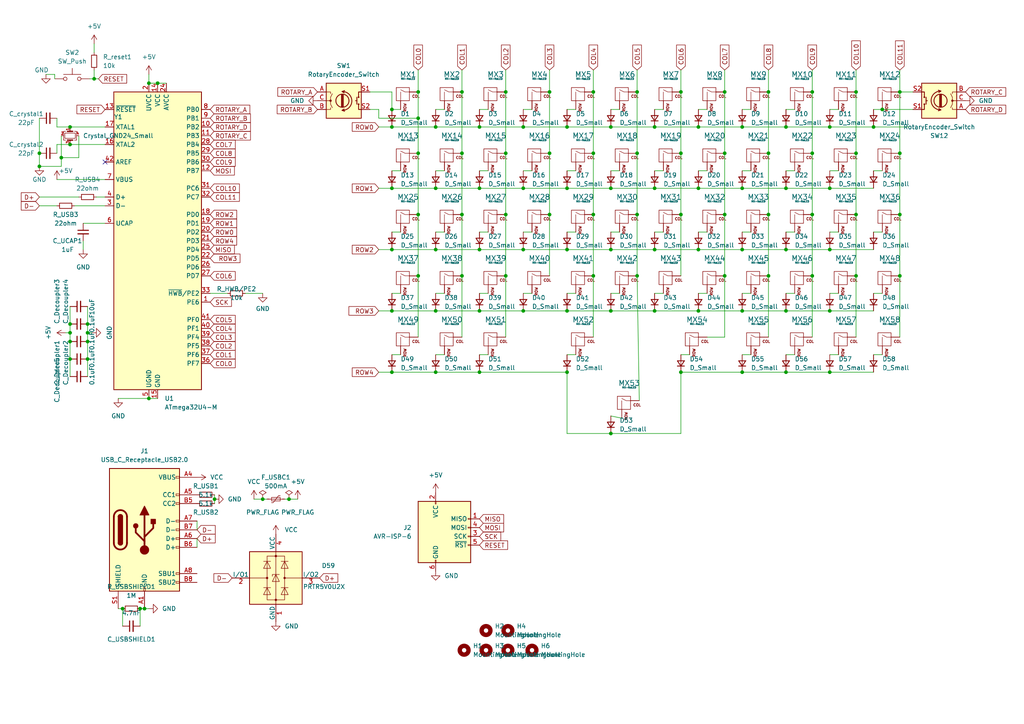
<source format=kicad_sch>
(kicad_sch (version 20211123) (generator eeschema)
  (paper "A4")
  (junction (at 133.985 44.45))
  (junction (at 227.965 36.83))
  (junction (at 215.265 107.95))
  (junction (at 76.2 144.78))
  (junction (at 172.085 44.45))
  (junction (at 197.485 44.45))
  (junction (at 210.185 44.45))
  (junction (at 248.285 26.67))
  (junction (at 20.32 36.83))
  (junction (at 184.785 44.45))
  (junction (at 235.585 80.01))
  (junction (at 146.685 26.67))
  (junction (at 139.065 72.39))
  (junction (at 45.72 24.13))
  (junction (at 177.165 125.73))
  (junction (at 222.885 62.23))
  (junction (at 172.085 62.23))
  (junction (at 139.065 54.61))
  (junction (at 164.465 90.17))
  (junction (at 164.465 36.83))
  (junction (at 177.165 90.17))
  (junction (at 227.965 107.95))
  (junction (at 121.285 34.29))
  (junction (at 113.665 72.39))
  (junction (at 202.565 72.39))
  (junction (at 20.32 93.98))
  (junction (at 197.485 107.95))
  (junction (at 139.065 90.17))
  (junction (at 189.865 90.17))
  (junction (at 25.4 93.98))
  (junction (at 260.985 62.23))
  (junction (at 222.885 26.67))
  (junction (at 126.365 36.83))
  (junction (at 151.765 36.83))
  (junction (at 248.285 44.45))
  (junction (at 248.285 80.01))
  (junction (at 222.885 44.45))
  (junction (at 151.765 90.17))
  (junction (at 133.985 80.01))
  (junction (at 177.165 54.61))
  (junction (at 215.265 36.83))
  (junction (at 41.91 176.53))
  (junction (at 25.4 96.52))
  (junction (at 151.765 72.39))
  (junction (at 113.665 31.75))
  (junction (at 240.665 54.61))
  (junction (at 189.865 72.39))
  (junction (at 139.065 107.95))
  (junction (at 126.365 107.95))
  (junction (at 126.365 72.39))
  (junction (at 25.4 104.14))
  (junction (at 222.885 80.01))
  (junction (at 133.985 62.23))
  (junction (at 164.465 107.95))
  (junction (at 35.56 176.53))
  (junction (at 184.785 80.01))
  (junction (at 260.985 26.67))
  (junction (at 17.78 45.72))
  (junction (at 62.23 144.78))
  (junction (at 121.285 62.23))
  (junction (at 83.82 144.78))
  (junction (at 240.665 72.39))
  (junction (at 11.43 48.26))
  (junction (at 227.965 90.17))
  (junction (at 126.365 90.17))
  (junction (at 197.485 62.23))
  (junction (at 227.965 72.39))
  (junction (at 260.985 44.45))
  (junction (at 215.265 90.17))
  (junction (at 255.905 31.75))
  (junction (at 215.265 54.61))
  (junction (at 40.64 176.53))
  (junction (at 20.32 99.06))
  (junction (at 11.43 44.45))
  (junction (at 235.585 62.23))
  (junction (at 146.685 80.01))
  (junction (at 113.665 36.83))
  (junction (at 253.365 36.83))
  (junction (at 126.365 54.61))
  (junction (at 227.965 54.61))
  (junction (at 113.665 107.95))
  (junction (at 164.465 54.61))
  (junction (at 189.865 54.61))
  (junction (at 260.985 80.01))
  (junction (at 210.185 62.23))
  (junction (at 177.165 36.83))
  (junction (at 210.185 26.67))
  (junction (at 248.285 62.23))
  (junction (at 240.665 90.17))
  (junction (at 172.085 80.01))
  (junction (at 164.465 72.39))
  (junction (at 113.665 90.17))
  (junction (at 184.785 26.67))
  (junction (at 177.165 72.39))
  (junction (at 121.285 80.01))
  (junction (at 121.285 26.67))
  (junction (at 121.285 44.45))
  (junction (at 202.565 54.61))
  (junction (at 210.185 80.01))
  (junction (at 202.565 90.17))
  (junction (at 184.785 62.23))
  (junction (at 43.18 24.13))
  (junction (at 202.565 36.83))
  (junction (at 189.865 36.83))
  (junction (at 139.065 36.83))
  (junction (at 25.4 99.06))
  (junction (at 20.32 41.91))
  (junction (at 20.32 96.52))
  (junction (at 240.665 36.83))
  (junction (at 146.685 62.23))
  (junction (at 146.685 44.45))
  (junction (at 172.085 26.67))
  (junction (at 215.265 72.39))
  (junction (at 133.985 26.67))
  (junction (at 27.305 22.86))
  (junction (at 151.765 54.61))
  (junction (at 235.585 44.45))
  (junction (at 20.32 104.14))
  (junction (at 197.485 26.67))
  (junction (at 113.665 54.61))
  (junction (at 159.385 44.45))
  (junction (at 159.385 26.67))
  (junction (at 43.18 115.57))
  (junction (at 159.385 62.23))
  (junction (at 235.585 26.67))
  (junction (at 240.665 107.95))
  (no_connect (at 30.48 46.99))
  (wire (pts (xy 210.185 26.67) (xy 210.185 44.45)))
  (wire (pts (xy 60.96 85.09) (xy 66.04 85.09)))
  (wire (pts (xy 240.665 85.09) (xy 243.205 85.09)))
  (wire (pts (xy 146.685 44.45) (xy 146.685 62.23)))
  (wire (pts (xy 189.865 67.31) (xy 192.405 67.31)))
  (wire (pts (xy 121.285 44.45) (xy 121.285 62.23)))
  (wire (pts (xy 109.855 31.75) (xy 109.855 34.29)))
  (wire (pts (xy 20.32 41.91) (xy 30.48 41.91)))
  (wire (pts (xy 109.855 54.61) (xy 113.665 54.61)))
  (wire (pts (xy 215.265 90.17) (xy 227.965 90.17)))
  (wire (pts (xy 202.565 31.75) (xy 205.105 31.75)))
  (wire (pts (xy 151.765 49.53) (xy 154.305 49.53)))
  (wire (pts (xy 76.2 144.78) (xy 77.47 144.78)))
  (wire (pts (xy 235.585 80.01) (xy 235.585 97.79)))
  (wire (pts (xy 146.685 20.32) (xy 146.685 26.67)))
  (wire (pts (xy 164.465 67.31) (xy 167.005 67.31)))
  (wire (pts (xy 126.365 90.17) (xy 139.065 90.17)))
  (wire (pts (xy 184.785 26.67) (xy 184.785 44.45)))
  (wire (pts (xy 215.265 102.87) (xy 217.805 102.87)))
  (wire (pts (xy 227.965 36.83) (xy 240.665 36.83)))
  (wire (pts (xy 172.085 20.32) (xy 172.085 26.67)))
  (wire (pts (xy 164.465 107.95) (xy 164.465 125.73)))
  (wire (pts (xy 109.855 34.29) (xy 121.285 34.29)))
  (wire (pts (xy 227.965 107.95) (xy 240.665 107.95)))
  (wire (pts (xy 184.785 20.32) (xy 184.785 26.67)))
  (wire (pts (xy 205.105 97.79) (xy 210.185 97.79)))
  (wire (pts (xy 177.165 31.75) (xy 179.705 31.75)))
  (wire (pts (xy 189.865 85.09) (xy 192.405 85.09)))
  (wire (pts (xy 15.875 22.86) (xy 15.875 21.59)))
  (wire (pts (xy 215.265 36.83) (xy 227.965 36.83)))
  (wire (pts (xy 43.18 21.59) (xy 43.18 24.13)))
  (wire (pts (xy 113.665 85.09) (xy 116.205 85.09)))
  (wire (pts (xy 113.665 31.75) (xy 116.205 31.75)))
  (wire (pts (xy 146.685 26.67) (xy 146.685 44.45)))
  (wire (pts (xy 139.065 102.87) (xy 141.605 102.87)))
  (wire (pts (xy 62.23 143.51) (xy 62.23 144.78)))
  (wire (pts (xy 260.985 62.23) (xy 260.985 80.01)))
  (wire (pts (xy 215.265 107.95) (xy 227.965 107.95)))
  (wire (pts (xy 177.165 49.53) (xy 179.705 49.53)))
  (wire (pts (xy 25.4 96.52) (xy 26.67 96.52)))
  (wire (pts (xy 126.365 49.53) (xy 128.905 49.53)))
  (wire (pts (xy 240.665 54.61) (xy 253.365 54.61)))
  (wire (pts (xy 172.085 44.45) (xy 172.085 62.23)))
  (wire (pts (xy 215.265 85.09) (xy 217.805 85.09)))
  (wire (pts (xy 227.965 102.87) (xy 230.505 102.87)))
  (wire (pts (xy 164.465 31.75) (xy 167.005 31.75)))
  (wire (pts (xy 240.665 107.95) (xy 253.365 107.95)))
  (wire (pts (xy 235.585 26.67) (xy 235.585 44.45)))
  (wire (pts (xy 240.665 31.75) (xy 243.205 31.75)))
  (wire (pts (xy 139.065 90.17) (xy 151.765 90.17)))
  (wire (pts (xy 20.32 93.98) (xy 20.32 88.9)))
  (wire (pts (xy 177.165 54.61) (xy 189.865 54.61)))
  (wire (pts (xy 164.465 85.09) (xy 167.005 85.09)))
  (wire (pts (xy 210.185 20.32) (xy 210.185 26.67)))
  (wire (pts (xy 109.855 36.83) (xy 113.665 36.83)))
  (wire (pts (xy 202.565 49.53) (xy 205.105 49.53)))
  (wire (pts (xy 126.365 67.31) (xy 128.905 67.31)))
  (wire (pts (xy 177.165 90.17) (xy 189.865 90.17)))
  (wire (pts (xy 24.13 69.85) (xy 24.13 72.39)))
  (wire (pts (xy 151.765 72.39) (xy 164.465 72.39)))
  (wire (pts (xy 255.905 31.75) (xy 264.795 31.75)))
  (wire (pts (xy 260.985 26.67) (xy 260.985 44.45)))
  (wire (pts (xy 159.385 26.67) (xy 159.385 44.45)))
  (wire (pts (xy 151.765 85.09) (xy 154.305 85.09)))
  (wire (pts (xy 121.285 34.29) (xy 121.285 44.45)))
  (wire (pts (xy 222.885 80.01) (xy 222.885 97.79)))
  (wire (pts (xy 11.43 44.45) (xy 11.43 48.26)))
  (wire (pts (xy 139.065 49.53) (xy 141.605 49.53)))
  (wire (pts (xy 139.065 54.61) (xy 151.765 54.61)))
  (wire (pts (xy 121.285 20.32) (xy 121.285 26.67)))
  (wire (pts (xy 240.665 90.17) (xy 253.365 90.17)))
  (wire (pts (xy 222.885 62.23) (xy 222.885 80.01)))
  (wire (pts (xy 177.165 120.65) (xy 180.34 121.285)))
  (wire (pts (xy 253.365 67.31) (xy 255.905 67.31)))
  (wire (pts (xy 113.665 54.61) (xy 126.365 54.61)))
  (wire (pts (xy 164.465 36.83) (xy 177.165 36.83)))
  (wire (pts (xy 253.365 102.87) (xy 255.905 102.87)))
  (wire (pts (xy 189.865 72.39) (xy 202.565 72.39)))
  (wire (pts (xy 16.51 36.83) (xy 20.32 36.83)))
  (wire (pts (xy 227.965 67.31) (xy 230.505 67.31)))
  (wire (pts (xy 16.51 41.91) (xy 20.32 41.91)))
  (wire (pts (xy 27.305 12.7) (xy 27.305 15.24)))
  (wire (pts (xy 164.465 72.39) (xy 177.165 72.39)))
  (wire (pts (xy 121.285 80.01) (xy 121.285 97.79)))
  (wire (pts (xy 260.985 26.67) (xy 264.795 26.67)))
  (wire (pts (xy 172.085 80.01) (xy 172.085 97.79)))
  (wire (pts (xy 126.365 72.39) (xy 139.065 72.39)))
  (wire (pts (xy 25.4 96.52) (xy 25.4 93.98)))
  (wire (pts (xy 133.985 20.32) (xy 133.985 26.67)))
  (wire (pts (xy 62.23 144.78) (xy 62.23 146.05)))
  (wire (pts (xy 34.29 115.57) (xy 43.18 115.57)))
  (wire (pts (xy 151.765 67.31) (xy 154.305 67.31)))
  (wire (pts (xy 210.185 80.01) (xy 210.185 97.79)))
  (wire (pts (xy 197.485 20.32) (xy 197.485 26.67)))
  (wire (pts (xy 126.365 36.83) (xy 139.065 36.83)))
  (wire (pts (xy 17.78 45.72) (xy 22.86 45.72)))
  (wire (pts (xy 41.91 176.53) (xy 43.18 176.53)))
  (wire (pts (xy 253.365 31.75) (xy 255.905 31.75)))
  (wire (pts (xy 11.43 34.29) (xy 11.43 44.45)))
  (wire (pts (xy 172.085 62.23) (xy 172.085 80.01)))
  (wire (pts (xy 83.82 144.78) (xy 86.36 144.78)))
  (wire (pts (xy 20.32 109.22) (xy 20.32 104.14)))
  (wire (pts (xy 17.78 45.72) (xy 17.78 48.26)))
  (wire (pts (xy 202.565 36.83) (xy 215.265 36.83)))
  (wire (pts (xy 253.365 49.53) (xy 255.905 49.53)))
  (wire (pts (xy 109.855 107.95) (xy 113.665 107.95)))
  (wire (pts (xy 177.165 125.73) (xy 164.465 125.73)))
  (wire (pts (xy 139.065 72.39) (xy 151.765 72.39)))
  (wire (pts (xy 222.885 26.67) (xy 222.885 44.45)))
  (wire (pts (xy 159.385 44.45) (xy 159.385 62.23)))
  (wire (pts (xy 16.51 34.29) (xy 16.51 36.83)))
  (wire (pts (xy 197.485 125.73) (xy 177.165 125.73)))
  (wire (pts (xy 172.085 26.67) (xy 172.085 44.45)))
  (wire (pts (xy 20.32 99.06) (xy 20.32 96.52)))
  (wire (pts (xy 113.665 72.39) (xy 126.365 72.39)))
  (wire (pts (xy 240.665 102.87) (xy 243.205 102.87)))
  (wire (pts (xy 43.18 115.57) (xy 45.72 115.57)))
  (wire (pts (xy 151.765 54.61) (xy 164.465 54.61)))
  (wire (pts (xy 197.485 107.95) (xy 215.265 107.95)))
  (wire (pts (xy 189.865 90.17) (xy 202.565 90.17)))
  (wire (pts (xy 260.985 80.01) (xy 260.985 97.79)))
  (wire (pts (xy 126.365 102.87) (xy 128.905 102.87)))
  (wire (pts (xy 248.285 26.67) (xy 248.285 44.45)))
  (wire (pts (xy 159.385 20.32) (xy 159.385 26.67)))
  (wire (pts (xy 215.265 49.53) (xy 217.805 49.53)))
  (wire (pts (xy 197.485 44.45) (xy 197.485 62.23)))
  (wire (pts (xy 113.665 36.83) (xy 126.365 36.83)))
  (wire (pts (xy 113.665 49.53) (xy 116.205 49.53)))
  (wire (pts (xy 25.4 104.14) (xy 25.4 99.06)))
  (wire (pts (xy 113.665 90.17) (xy 126.365 90.17)))
  (wire (pts (xy 20.32 104.14) (xy 20.32 99.06)))
  (wire (pts (xy 215.265 31.75) (xy 217.805 31.75)))
  (wire (pts (xy 109.855 72.39) (xy 113.665 72.39)))
  (wire (pts (xy 113.665 26.67) (xy 113.665 31.75)))
  (wire (pts (xy 133.985 80.01) (xy 133.985 97.79)))
  (wire (pts (xy 197.485 26.67) (xy 197.485 44.45)))
  (wire (pts (xy 222.885 44.45) (xy 222.885 62.23)))
  (wire (pts (xy 151.765 36.83) (xy 164.465 36.83)))
  (wire (pts (xy 227.965 85.09) (xy 230.505 85.09)))
  (wire (pts (xy 126.365 54.61) (xy 139.065 54.61)))
  (wire (pts (xy 40.64 176.53) (xy 40.64 181.61)))
  (wire (pts (xy 177.165 72.39) (xy 189.865 72.39)))
  (wire (pts (xy 177.165 67.31) (xy 179.705 67.31)))
  (wire (pts (xy 235.585 20.32) (xy 235.585 26.67)))
  (wire (pts (xy 113.665 107.95) (xy 126.365 107.95)))
  (wire (pts (xy 20.32 36.83) (xy 30.48 36.83)))
  (wire (pts (xy 240.665 67.31) (xy 243.205 67.31)))
  (wire (pts (xy 27.305 22.86) (xy 28.575 22.86)))
  (wire (pts (xy 109.855 90.17) (xy 113.665 90.17)))
  (wire (pts (xy 177.165 85.09) (xy 179.705 85.09)))
  (wire (pts (xy 146.685 62.23) (xy 146.685 80.01)))
  (wire (pts (xy 189.865 36.83) (xy 202.565 36.83)))
  (wire (pts (xy 126.365 31.75) (xy 128.905 31.75)))
  (wire (pts (xy 227.965 54.61) (xy 240.665 54.61)))
  (wire (pts (xy 240.665 72.39) (xy 253.365 72.39)))
  (wire (pts (xy 159.385 62.23) (xy 159.385 80.01)))
  (wire (pts (xy 210.185 44.45) (xy 210.185 62.23)))
  (wire (pts (xy 151.765 31.75) (xy 154.305 31.75)))
  (wire (pts (xy 164.465 49.53) (xy 167.005 49.53)))
  (wire (pts (xy 215.265 67.31) (xy 217.805 67.31)))
  (wire (pts (xy 235.585 62.23) (xy 235.585 80.01)))
  (wire (pts (xy 253.365 85.09) (xy 255.905 85.09)))
  (wire (pts (xy 35.56 176.53) (xy 35.56 181.61)))
  (wire (pts (xy 17.78 39.37) (xy 17.78 45.72)))
  (wire (pts (xy 240.665 36.83) (xy 253.365 36.83)))
  (wire (pts (xy 164.465 54.61) (xy 177.165 54.61)))
  (wire (pts (xy 11.43 57.15) (xy 22.86 57.15)))
  (wire (pts (xy 121.285 62.23) (xy 121.285 80.01)))
  (wire (pts (xy 22.86 45.72) (xy 22.86 39.37)))
  (wire (pts (xy 260.985 44.45) (xy 260.985 62.23)))
  (wire (pts (xy 177.165 36.83) (xy 189.865 36.83)))
  (wire (pts (xy 253.365 36.83) (xy 263.525 36.83)))
  (wire (pts (xy 189.865 54.61) (xy 202.565 54.61)))
  (wire (pts (xy 235.585 44.45) (xy 235.585 62.23)))
  (wire (pts (xy 25.4 99.06) (xy 25.4 96.52)))
  (wire (pts (xy 40.64 176.53) (xy 41.91 176.53)))
  (wire (pts (xy 26.035 22.86) (xy 27.305 22.86)))
  (wire (pts (xy 21.59 59.69) (xy 30.48 59.69)))
  (wire (pts (xy 151.765 90.17) (xy 164.465 90.17)))
  (wire (pts (xy 202.565 72.39) (xy 215.265 72.39)))
  (wire (pts (xy 248.285 44.45) (xy 248.285 62.23)))
  (wire (pts (xy 215.265 54.61) (xy 227.965 54.61)))
  (wire (pts (xy 82.55 144.78) (xy 83.82 144.78)))
  (wire (pts (xy 24.13 64.77) (xy 30.48 64.77)))
  (wire (pts (xy 248.285 80.01) (xy 248.285 97.79)))
  (wire (pts (xy 202.565 85.09) (xy 205.105 85.09)))
  (wire (pts (xy 146.685 80.01) (xy 146.685 97.79)))
  (wire (pts (xy 197.485 107.95) (xy 197.485 125.73)))
  (wire (pts (xy 19.05 96.52) (xy 20.32 96.52)))
  (wire (pts (xy 197.485 102.87) (xy 200.025 102.87)))
  (wire (pts (xy 202.565 67.31) (xy 205.105 67.31)))
  (wire (pts (xy 227.965 31.75) (xy 230.505 31.75)))
  (wire (pts (xy 126.365 107.95) (xy 139.065 107.95)))
  (wire (pts (xy 227.965 49.53) (xy 230.505 49.53)))
  (wire (pts (xy 164.465 102.87) (xy 167.005 102.87)))
  (wire (pts (xy 107.315 31.75) (xy 109.855 31.75)))
  (wire (pts (xy 133.985 44.45) (xy 133.985 62.23)))
  (wire (pts (xy 227.965 90.17) (xy 240.665 90.17)))
  (wire (pts (xy 113.665 102.87) (xy 116.205 102.87)))
  (wire (pts (xy 133.985 26.67) (xy 133.985 44.45)))
  (wire (pts (xy 184.785 44.45) (xy 184.785 62.23)))
  (wire (pts (xy 139.065 107.95) (xy 164.465 107.95)))
  (wire (pts (xy 202.565 54.61) (xy 215.265 54.61)))
  (wire (pts (xy 16.51 52.07) (xy 30.48 52.07)))
  (wire (pts (xy 27.305 20.32) (xy 27.305 22.86)))
  (wire (pts (xy 73.66 144.78) (xy 76.2 144.78)))
  (wire (pts (xy 210.185 62.23) (xy 210.185 80.01)))
  (wire (pts (xy 27.94 57.15) (xy 30.48 57.15)))
  (wire (pts (xy 215.265 72.39) (xy 227.965 72.39)))
  (wire (pts (xy 11.43 48.26) (xy 17.78 48.26)))
  (wire (pts (xy 25.4 109.22) (xy 25.4 104.14)))
  (wire (pts (xy 184.785 62.23) (xy 184.785 80.01)))
  (wire (pts (xy 57.15 151.13) (xy 57.15 153.67)))
  (wire (pts (xy 121.285 26.67) (xy 121.285 34.29)))
  (wire (pts (xy 184.785 80.01) (xy 185.42 116.205)))
  (wire (pts (xy 34.29 176.53) (xy 35.56 176.53)))
  (wire (pts (xy 222.885 20.32) (xy 222.885 26.67)))
  (wire (pts (xy 248.285 20.32) (xy 248.285 26.67)))
  (wire (pts (xy 43.18 24.13) (xy 45.72 24.13)))
  (wire (pts (xy 139.065 36.83) (xy 151.765 36.83)))
  (wire (pts (xy 45.72 24.13) (xy 48.26 24.13)))
  (wire (pts (xy 113.665 67.31) (xy 116.205 67.31)))
  (wire (pts (xy 240.665 49.53) (xy 243.205 49.53)))
  (wire (pts (xy 189.865 31.75) (xy 192.405 31.75)))
  (wire (pts (xy 139.065 31.75) (xy 141.605 31.75)))
  (wire (pts (xy 71.12 85.09) (xy 76.2 85.09)))
  (wire (pts (xy 164.465 90.17) (xy 177.165 90.17)))
  (wire (pts (xy 248.285 62.23) (xy 248.285 80.01)))
  (wire (pts (xy 197.485 62.23) (xy 197.485 80.01)))
  (wire (pts (xy 13.335 21.59) (xy 15.875 21.59)))
  (wire (pts (xy 189.865 49.53) (xy 192.405 49.53)))
  (wire (pts (xy 57.15 156.21) (xy 57.15 158.75)))
  (wire (pts (xy 126.365 85.09) (xy 128.905 85.09)))
  (wire (pts (xy 107.315 26.67) (xy 113.665 26.67)))
  (wire (pts (xy 20.32 96.52) (xy 20.32 93.98)))
  (wire (pts (xy 25.4 93.98) (xy 25.4 88.9)))
  (wire (pts (xy 202.565 90.17) (xy 215.265 90.17)))
  (wire (pts (xy 139.065 85.09) (xy 141.605 85.09)))
  (wire (pts (xy 260.985 20.32) (xy 260.985 26.67)))
  (wire (pts (xy 227.965 72.39) (xy 240.665 72.39)))
  (wire (pts (xy 139.065 67.31) (xy 141.605 67.31)))
  (wire (pts (xy 11.43 59.69) (xy 16.51 59.69)))
  (wire (pts (xy 16.51 44.45) (xy 16.51 41.91)))
  (wire (pts (xy 133.985 62.23) (xy 133.985 80.01)))
  (global_label "COL11" (shape input) (at 60.96 57.15 0) (property "Intersheet References" "${INTERSHEET_REFS}" (effects hide)))
  (global_label "MOSI" (shape input) (at 60.96 49.53 0) (property "Intersheet References" "${INTERSHEET_REFS}" (effects hide)))
  (global_label "ROW4" (shape input) (at 60.96 69.85 0) (property "Intersheet References" "${INTERSHEET_REFS}" (effects hide)))
  (global_label "COL0" (shape input) (at 60.96 105.41 0) (property "Intersheet References" "${INTERSHEET_REFS}" (effects hide)))
  (global_label "COL2" (shape input) (at 146.685 20.32 90) (property "Intersheet References" "${INTERSHEET_REFS}" (effects hide)))
  (global_label "ROW2" (shape input) (at 109.855 72.39 180) (property "Intersheet References" "${INTERSHEET_REFS}" (effects hide)))
  (global_label "ROW0" (shape input) (at 60.96 67.31 0) (property "Intersheet References" "${INTERSHEET_REFS}" (effects hide)))
  (global_label "D+" (shape input) (at 57.15 156.21 0) (property "Intersheet References" "${INTERSHEET_REFS}" (effects hide)))
  (global_label "D-" (shape input) (at 67.31 167.64 180) (property "Intersheet References" "${INTERSHEET_REFS}" (effects hide)))
  (global_label "COL0" (shape input) (at 121.285 20.32 90) (property "Intersheet References" "${INTERSHEET_REFS}" (effects hide)))
  (global_label "COL10" (shape input) (at 248.285 20.32 90) (property "Intersheet References" "${INTERSHEET_REFS}" (effects hide)))
  (global_label "COL1" (shape input) (at 133.985 20.32 90) (property "Intersheet References" "${INTERSHEET_REFS}" (effects hide)))
  (global_label "COL1" (shape input) (at 60.96 102.87 0) (property "Intersheet References" "${INTERSHEET_REFS}" (effects hide)))
  (global_label "ROTARY_A" (shape input) (at 92.075 26.67 180) (property "Intersheet References" "${INTERSHEET_REFS}" (effects hide)))
  (global_label "RESET" (shape input) (at 28.575 22.86 0) (property "Intersheet References" "${INTERSHEET_REFS}" (effects hide)))
  (global_label "COL3" (shape input) (at 159.385 20.32 90) (property "Intersheet References" "${INTERSHEET_REFS}" (effects hide)))
  (global_label "ROTARY_B" (shape input) (at 60.96 34.29 0) (property "Intersheet References" "${INTERSHEET_REFS}" (effects hide)))
  (global_label "COL6" (shape input) (at 60.96 80.01 0) (property "Intersheet References" "${INTERSHEET_REFS}" (effects hide)))
  (global_label "ROTARY_D" (shape input) (at 60.96 36.83 0) (property "Intersheet References" "${INTERSHEET_REFS}" (effects hide)))
  (global_label "ROW2" (shape input) (at 60.96 62.23 0) (property "Intersheet References" "${INTERSHEET_REFS}" (effects hide)))
  (global_label "COL10" (shape input) (at 60.96 54.61 0) (property "Intersheet References" "${INTERSHEET_REFS}" (effects hide)))
  (global_label "MOSI" (shape input) (at 139.065 153.035 0) (property "Intersheet References" "${INTERSHEET_REFS}" (effects hide)))
  (global_label "COL7" (shape input) (at 210.185 20.32 90) (property "Intersheet References" "${INTERSHEET_REFS}" (effects hide)))
  (global_label "COL11" (shape input) (at 260.985 20.32 90) (property "Intersheet References" "${INTERSHEET_REFS}" (effects hide)))
  (global_label "COL2" (shape input) (at 60.96 100.33 0) (property "Intersheet References" "${INTERSHEET_REFS}" (effects hide)))
  (global_label "D+" (shape input) (at 11.43 57.15 180) (property "Intersheet References" "${INTERSHEET_REFS}" (effects hide)))
  (global_label "ROW1" (shape input) (at 109.855 54.61 180) (property "Intersheet References" "${INTERSHEET_REFS}" (effects hide)))
  (global_label "ROTARY_C" (shape input) (at 280.035 26.67 0) (property "Intersheet References" "${INTERSHEET_REFS}" (effects hide)))
  (global_label "COL3" (shape input) (at 60.96 97.79 0) (property "Intersheet References" "${INTERSHEET_REFS}" (effects hide)))
  (global_label "COL9" (shape input) (at 235.585 20.32 90) (property "Intersheet References" "${INTERSHEET_REFS}" (effects hide)))
  (global_label "COL4" (shape input) (at 172.085 20.32 90) (property "Intersheet References" "${INTERSHEET_REFS}" (effects hide)))
  (global_label "ROTARY_B" (shape input) (at 92.075 31.75 180) (property "Intersheet References" "${INTERSHEET_REFS}" (effects hide)))
  (global_label "ROW4" (shape input) (at 109.855 107.95 180) (property "Intersheet References" "${INTERSHEET_REFS}" (effects hide)))
  (global_label "D-" (shape input) (at 11.43 59.69 180) (property "Intersheet References" "${INTERSHEET_REFS}" (effects hide)))
  (global_label "SCK" (shape input) (at 60.96 87.63 0) (property "Intersheet References" "${INTERSHEET_REFS}" (effects hide)))
  (global_label "SCK" (shape input) (at 139.065 155.575 0) (property "Intersheet References" "${INTERSHEET_REFS}" (effects hide)))
  (global_label "MISO" (shape input) (at 60.96 72.39 0) (property "Intersheet References" "${INTERSHEET_REFS}" (effects hide)))
  (global_label "RESET" (shape input) (at 139.065 158.115 0) (property "Intersheet References" "${INTERSHEET_REFS}" (effects hide)))
  (global_label "COL8" (shape input) (at 60.96 44.45 0) (property "Intersheet References" "${INTERSHEET_REFS}" (effects hide)))
  (global_label "COL6" (shape input) (at 197.485 20.32 90) (property "Intersheet References" "${INTERSHEET_REFS}" (effects hide)))
  (global_label "ROW1" (shape input) (at 60.96 64.77 0) (property "Intersheet References" "${INTERSHEET_REFS}" (effects hide)))
  (global_label "ROTARY_C" (shape input) (at 60.96 39.37 0) (property "Intersheet References" "${INTERSHEET_REFS}" (effects hide)))
  (global_label "COL7" (shape input) (at 60.96 41.91 0) (property "Intersheet References" "${INTERSHEET_REFS}" (effects hide)))
  (global_label "COL5" (shape input) (at 184.785 20.32 90) (property "Intersheet References" "${INTERSHEET_REFS}" (effects hide)))
  (global_label "ROTARY_A" (shape input) (at 60.96 31.75 0) (property "Intersheet References" "${INTERSHEET_REFS}" (effects hide)))
  (global_label "D+" (shape input) (at 92.71 167.64 0) (property "Intersheet References" "${INTERSHEET_REFS}" (effects hide)))
  (global_label " ROW3" (shape input) (at 109.855 90.17 180) (property "Intersheet References" "${INTERSHEET_REFS}" (effects hide)))
  (global_label "COL9" (shape input) (at 60.96 46.99 0) (property "Intersheet References" "${INTERSHEET_REFS}" (effects hide)))
  (global_label "COL8" (shape input) (at 222.885 20.32 90) (property "Intersheet References" "${INTERSHEET_REFS}" (effects hide)))
  (global_label " ROW3" (shape input) (at 60.96 74.93 0) (property "Intersheet References" "${INTERSHEET_REFS}" (effects hide)))
  (global_label "ROTARY_D" (shape input) (at 280.035 31.75 0) (property "Intersheet References" "${INTERSHEET_REFS}" (effects hide)))
  (global_label "COL5" (shape input) (at 60.96 92.71 0) (property "Intersheet References" "${INTERSHEET_REFS}" (effects hide)))
  (global_label "ROW0" (shape input) (at 109.855 36.83 180) (property "Intersheet References" "${INTERSHEET_REFS}" (effects hide)))
  (global_label "COL4" (shape input) (at 60.96 95.25 0) (property "Intersheet References" "${INTERSHEET_REFS}" (effects hide)))
  (global_label "RESET" (shape input) (at 30.48 31.75 180) (property "Intersheet References" "${INTERSHEET_REFS}" (effects hide)))
  (global_label "D-" (shape input) (at 57.15 153.67 0) (property "Intersheet References" "${INTERSHEET_REFS}" (effects hide)))
  (global_label "MISO" (shape input) (at 139.065 150.495 0) (property "Intersheet References" "${INTERSHEET_REFS}" (effects hide)))
  (symbol (lib_id "power:GND") (at 43.18 176.53 90) (unit 1)
    (property "Reference" "#PWR0109" (effects hide))
    (property "Value" "GND" (at 46.99 176.5299 90) (effects (justify right)))
  )
  (symbol (lib_id "Device:D_Small") (at 227.965 34.29 90) (unit 1)
    (property "Reference" "D10" (at 230.505 33.0199 90) (effects (justify right)))
    (property "Value" "D_Small" (at 230.505 35.5599 90) (effects (justify right)))
    (property "Footprint" "Diode_SMD:D_SOD-123F" (effects hide))
  )
  (symbol (lib_id "Device:C_Small") (at 13.97 34.29 90) (unit 1)
    (property "Reference" "C_crystal1" (at 7.62 33.02 90))
    (property "Value" "22pF" (at 7.62 35.56 90))
    (property "Footprint" "Capacitor_SMD:C_0402_1005Metric" (effects hide))
  )
  (symbol (lib_id "Device:D_Small") (at 126.365 105.41 90) (unit 1)
    (property "Reference" "D50" (at 128.905 104.1399 90) (effects (justify right)))
    (property "Value" "D_Small" (at 128.905 106.6799 90) (effects (justify right)))
    (property "Footprint" "Diode_SMD:D_SOD-123F" (effects hide))
  )
  (symbol (lib_id "Connector:USB_C_Receptacle_USB2.0") (at 41.91 153.67 0) (unit 1)
    (property "Reference" "J1" (at 41.91 130.81 0))
    (property "Value" "USB_C_Receptacle_USB2.0" (at 41.91 133.35 0))
    (property "Footprint" "Connector_USB:USB_C_Receptacle_HRO_TYPE-C-31-M-12" (effects hide))
    (property "Datasheet" "https://www.usb.org/sites/default/files/documents/usb_type-c.zip" (effects hide))
  )
  (symbol (lib_id "Device:D_Small") (at 202.565 87.63 90) (unit 1)
    (property "Reference" "D44" (at 205.105 86.3599 90) (effects (justify right)))
    (property "Value" "D_Small" (at 205.105 88.8999 90) (effects (justify right)))
    (property "Footprint" "Diode_SMD:D_SOD-123F" (effects hide))
  )
  (symbol (lib_id "Device:D_Small") (at 151.765 69.85 90) (unit 1)
    (property "Reference" "D28" (at 154.305 68.5799 90) (effects (justify right)))
    (property "Value" "D_Small" (at 154.305 71.1199 90) (effects (justify right)))
    (property "Footprint" "Diode_SMD:D_SOD-123F" (effects hide))
  )
  (symbol (lib_id "MX_Alps_Hybrid:MX-NoLED") (at 231.775 27.94 0) (unit 1)
    (property "Reference" "MX10" (at 232.6606 21.59 0) (effects (font (size 1.524 1.524))))
    (property "Value" "MX-NoLED" (at 232.6606 22.86 0) (effects (font (size 0.508 0.508))))
    (property "Footprint" "MX_Only:MXOnly-1U-Hotswap" (effects hide))
  )
  (symbol (lib_id "Device:D_Small") (at 240.665 34.29 90) (unit 1)
    (property "Reference" "D11" (at 243.205 33.0199 90) (effects (justify right)))
    (property "Value" "D_Small" (at 243.205 35.5599 90) (effects (justify right)))
    (property "Footprint" "Diode_SMD:D_SOD-123F" (effects hide))
  )
  (symbol (lib_id "MX_Alps_Hybrid:MX-NoLED") (at 181.61 117.475 0) (unit 1)
    (property "Reference" "MX53" (at 182.4956 111.125 0) (effects (font (size 1.524 1.524))))
    (property "Value" "MX-NoLED" (at 182.4956 112.395 0) (effects (font (size 0.508 0.508))))
    (property "Footprint" "MX_Only:MXOnly-6U-Centered-Hotswap-ReversedStabilizers" (effects hide))
  )
  (symbol (lib_id "Device:C_Small") (at 22.86 93.98 90) (unit 1)
    (property "Reference" "C_Decoupler3" (at 16.51 93.98 0) (effects (justify left)))
    (property "Value" "0.1uF" (at 26.67 96.52 0) (effects (justify left)))
    (property "Footprint" "Capacitor_SMD:C_0402_1005Metric" (effects hide))
  )
  (symbol (lib_id "power:GND") (at 11.43 48.26 0) (unit 1)
    (property "Reference" "#PWR0105" (effects hide))
    (property "Value" "GND" (at 11.43 52.07 0))
  )
  (symbol (lib_id "MX_Alps_Hybrid:MX-NoLED") (at 142.875 99.06 0) (unit 1)
    (property "Reference" "MX51" (at 143.7606 92.71 0) (effects (font (size 1.524 1.524))))
    (property "Value" "MX-NoLED" (at 143.7606 93.98 0) (effects (font (size 0.508 0.508))))
    (property "Footprint" "MX_Only:MXOnly-1.25U-Hotswap" (effects hide))
  )
  (symbol (lib_id "MX_Alps_Hybrid:MX-NoLED") (at 244.475 45.72 0) (unit 1)
    (property "Reference" "MX23" (at 245.3606 39.37 0) (effects (font (size 1.524 1.524))))
    (property "Value" "MX-NoLED" (at 245.3606 40.64 0) (effects (font (size 0.508 0.508))))
    (property "Footprint" "MX_Only:MXOnly-1U-Hotswap" (effects hide))
  )
  (symbol (lib_id "Device:D_Small") (at 253.365 69.85 90) (unit 1)
    (property "Reference" "D36" (at 255.905 68.5799 90) (effects (justify right)))
    (property "Value" "D_Small" (at 255.905 71.1199 90) (effects (justify right)))
    (property "Footprint" "Diode_SMD:D_SOD-123F" (effects hide))
  )
  (symbol (lib_id "Device:D_Small") (at 227.965 69.85 90) (unit 1)
    (property "Reference" "D34" (at 230.505 68.5799 90) (effects (justify right)))
    (property "Value" "D_Small" (at 230.505 71.1199 90) (effects (justify right)))
    (property "Footprint" "Diode_SMD:D_SOD-123F" (effects hide))
  )
  (symbol (lib_id "Device:D_Small") (at 240.665 105.41 90) (unit 1)
    (property "Reference" "D57" (at 243.205 104.1399 90) (effects (justify right)))
    (property "Value" "D_Small" (at 243.205 106.6799 90) (effects (justify right)))
    (property "Footprint" "Diode_SMD:D_SOD-123F" (effects hide))
  )
  (symbol (lib_id "Device:C_Small") (at 22.86 99.06 90) (unit 1)
    (property "Reference" "C_Decoupler2" (at 19.05 111.76 0) (effects (justify left)))
    (property "Value" "0.1uF" (at 26.67 101.6 0) (effects (justify left)))
    (property "Footprint" "Capacitor_SMD:C_0402_1005Metric" (effects hide))
  )
  (symbol (lib_id "power:GND") (at 26.67 96.52 90) (unit 1)
    (property "Reference" "#PWR0122" (effects hide))
    (property "Value" "GND" (at 31.75 96.52 0))
  )
  (symbol (lib_id "MX_Alps_Hybrid:MX-NoLED") (at 180.975 45.72 0) (unit 1)
    (property "Reference" "MX18" (at 181.8606 39.37 0) (effects (font (size 1.524 1.524))))
    (property "Value" "MX-NoLED" (at 181.8606 40.64 0) (effects (font (size 0.508 0.508))))
    (property "Footprint" "MX_Only:MXOnly-1U-Hotswap" (effects hide))
  )
  (symbol (lib_id "MX_Alps_Hybrid:MX-NoLED") (at 201.295 99.06 0) (unit 1)
    (property "Reference" "MX54" (at 202.1806 92.71 0) (effects (font (size 1.524 1.524))))
    (property "Value" "MX-NoLED" (at 202.1806 93.98 0) (effects (font (size 0.508 0.508))))
    (property "Footprint" "MX_Only:MXOnly-2.25U-Hotswap-ReversedStabilizers" (effects hide))
  )
  (symbol (lib_id "Device:C_Small") (at 38.1 181.61 90) (unit 1)
    (property "Reference" "C_USBSHIELD1" (at 38.1 185.42 90))
    (property "Value" "4.7nF" (at 38.1063 177.8 90))
    (property "Footprint" "Capacitor_SMD:C_0402_1005Metric" (effects hide))
  )
  (symbol (lib_id "Device:Polyfuse_Small") (at 80.01 144.78 90) (unit 1)
    (property "Reference" "F_USBC1" (at 80.01 138.43 90))
    (property "Value" "500mA" (at 80.01 140.97 90))
    (property "Footprint" "Fuse:Fuse_1206_3216Metric" (effects hide))
  )
  (symbol (lib_id "Device:D_Small") (at 253.365 34.29 90) (unit 1)
    (property "Reference" "D12" (at 255.905 33.0199 90) (effects (justify right)))
    (property "Value" "D_Small" (at 255.905 35.5599 90) (effects (justify right)))
    (property "Footprint" "Diode_SMD:D_SOD-123F" (effects hide))
  )
  (symbol (lib_id "MX_Alps_Hybrid:MX-NoLED") (at 180.975 27.94 0) (unit 1)
    (property "Reference" "MX6" (at 181.8606 21.59 0) (effects (font (size 1.524 1.524))))
    (property "Value" "MX-NoLED" (at 181.8606 22.86 0) (effects (font (size 0.508 0.508))))
    (property "Footprint" "MX_Only:MXOnly-1U-Hotswap" (effects hide))
  )
  (symbol (lib_id "Device:D_Small") (at 139.065 105.41 90) (unit 1)
    (property "Reference" "D51" (at 141.605 104.1399 90) (effects (justify right)))
    (property "Value" "D_Small" (at 141.605 106.6799 90) (effects (justify right)))
    (property "Footprint" "Diode_SMD:D_SOD-123F" (effects hide))
  )
  (symbol (lib_id "Mechanical:MountingHole") (at 147.32 188.595 0) (unit 1)
    (property "Reference" "H5" (at 149.86 187.3249 0) (effects (justify left)))
    (property "Value" "MountingHole" (at 149.86 189.8649 0) (effects (justify left)))
    (property "Footprint" "MountingHole:MountingHole_2.2mm_M2" (effects hide))
  )
  (symbol (lib_id "MX_Alps_Hybrid:MX-NoLED") (at 168.275 45.72 0) (unit 1)
    (property "Reference" "MX17" (at 169.1606 39.37 0) (effects (font (size 1.524 1.524))))
    (property "Value" "MX-NoLED" (at 169.1606 40.64 0) (effects (font (size 0.508 0.508))))
    (property "Footprint" "MX_Only:MXOnly-1U-Hotswap" (effects hide))
  )
  (symbol (lib_id "Device:D_Small") (at 113.665 52.07 90) (unit 1)
    (property "Reference" "D13" (at 116.205 50.7999 90) (effects (justify right)))
    (property "Value" "D_Small" (at 116.205 53.3399 90) (effects (justify right)))
    (property "Footprint" "Diode_SMD:D_SOD-123F" (effects hide))
  )
  (symbol (lib_id "MX_Alps_Hybrid:MX-NoLED") (at 180.975 81.28 0) (unit 1)
    (property "Reference" "MX42" (at 181.8606 74.93 0) (effects (font (size 1.524 1.524))))
    (property "Value" "MX-NoLED" (at 181.8606 76.2 0) (effects (font (size 0.508 0.508))))
    (property "Footprint" "MX_Only:MXOnly-1U-Hotswap" (effects hide))
  )
  (symbol (lib_id "Device:D_Small") (at 126.365 87.63 90) (unit 1)
    (property "Reference" "D38" (at 128.905 86.3599 90) (effects (justify right)))
    (property "Value" "D_Small" (at 128.905 88.8999 90) (effects (justify right)))
    (property "Footprint" "Diode_SMD:D_SOD-123F" (effects hide))
  )
  (symbol (lib_id "Device:D_Small") (at 139.065 34.29 90) (unit 1)
    (property "Reference" "D3" (at 141.605 33.0199 90) (effects (justify right)))
    (property "Value" "D_Small" (at 141.605 35.5599 90) (effects (justify right)))
    (property "Footprint" "Diode_SMD:D_SOD-123F" (effects hide))
  )
  (symbol (lib_id "MX_Alps_Hybrid:MX-NoLED") (at 219.075 63.5 0) (unit 1)
    (property "Reference" "MX33" (at 219.9606 57.15 0) (effects (font (size 1.524 1.524))))
    (property "Value" "MX-NoLED" (at 219.9606 58.42 0) (effects (font (size 0.508 0.508))))
    (property "Footprint" "MX_Only:MXOnly-1U-Hotswap" (effects hide))
  )
  (symbol (lib_id "Device:D_Small") (at 113.665 34.29 90) (unit 1)
    (property "Reference" "D1" (at 116.205 33.0199 90) (effects (justify right)))
    (property "Value" "D_Small" (at 116.205 35.5599 90) (effects (justify right)))
    (property "Footprint" "Diode_SMD:D_SOD-123F" (effects hide))
  )
  (symbol (lib_id "power:GND") (at 76.2 85.09 0) (unit 1)
    (property "Reference" "#PWR0107" (effects hide))
    (property "Value" "GND" (at 76.2 89.535 0))
  )
  (symbol (lib_id "MX_Alps_Hybrid:MX-NoLED") (at 117.475 81.28 0) (unit 1)
    (property "Reference" "MX37" (at 118.3606 74.93 0) (effects (font (size 1.524 1.524))))
    (property "Value" "MX-NoLED" (at 118.3606 76.2 0) (effects (font (size 0.508 0.508))))
    (property "Footprint" "MX_Only:MXOnly-1.5U-Hotswap" (effects hide))
  )
  (symbol (lib_id "MX_Alps_Hybrid:MX-NoLED") (at 244.475 81.28 0) (unit 1)
    (property "Reference" "MX47" (at 245.3606 74.93 0) (effects (font (size 1.524 1.524))))
    (property "Value" "MX-NoLED" (at 245.3606 76.2 0) (effects (font (size 0.508 0.508))))
    (property "Footprint" "MX_Only:MXOnly-1U-Hotswap" (effects hide))
  )
  (symbol (lib_id "Device:D_Small") (at 177.165 52.07 90) (unit 1)
    (property "Reference" "D18" (at 179.705 50.7999 90) (effects (justify right)))
    (property "Value" "D_Small" (at 179.705 53.3399 90) (effects (justify right)))
    (property "Footprint" "Diode_SMD:D_SOD-123F" (effects hide))
  )
  (symbol (lib_id "Device:D_Small") (at 189.865 34.29 90) (unit 1)
    (property "Reference" "D7" (at 192.405 33.0199 90) (effects (justify right)))
    (property "Value" "D_Small" (at 192.405 35.5599 90) (effects (justify right)))
    (property "Footprint" "Diode_SMD:D_SOD-123F" (effects hide))
  )
  (symbol (lib_id "Device:D_Small") (at 240.665 69.85 90) (unit 1)
    (property "Reference" "D35" (at 243.205 68.5799 90) (effects (justify right)))
    (property "Value" "D_Small" (at 243.205 71.1199 90) (effects (justify right)))
    (property "Footprint" "Diode_SMD:D_SOD-123F" (effects hide))
  )
  (symbol (lib_id "power:GND") (at 24.13 72.39 0) (unit 1)
    (property "Reference" "#PWR0120" (effects hide))
    (property "Value" "GND" (at 24.13 77.47 0))
  )
  (symbol (lib_id "power:VCC") (at 80.01 154.94 0) (unit 1)
    (property "Reference" "#PWR0119" (effects hide))
    (property "Value" "VCC" (at 82.55 153.6699 0) (effects (justify left)))
  )
  (symbol (lib_id "MX_Alps_Hybrid:MX-NoLED") (at 257.175 27.94 0) (unit 1)
    (property "Reference" "MX12" (at 258.0606 21.59 0) (effects (font (size 1.524 1.524))))
    (property "Value" "MX-NoLED" (at 258.0606 22.86 0) (effects (font (size 0.508 0.508))))
    (property "Footprint" "MX_Only:MXOnly-1U-Hotswap" (effects hide))
  )
  (symbol (lib_id "Mechanical:MountingHole") (at 154.305 188.595 0) (unit 1)
    (property "Reference" "H6" (at 156.845 187.3249 0) (effects (justify left)))
    (property "Value" "MountingHole" (at 156.845 189.8649 0) (effects (justify left)))
    (property "Footprint" "MountingHole:MountingHole_2.2mm_M2" (effects hide))
  )
  (symbol (lib_id "Device:R_Small") (at 38.1 176.53 90) (unit 1)
    (property "Reference" "R_USBSHIELD1" (at 38.1 170.18 90))
    (property "Value" "1M" (at 38.1 172.72 90))
    (property "Footprint" "Resistor_SMD:R_0402_1005Metric" (effects hide))
  )
  (symbol (lib_id "MX_Alps_Hybrid:MX-NoLED") (at 193.675 81.28 0) (unit 1)
    (property "Reference" "MX43" (at 194.5606 74.93 0) (effects (font (size 1.524 1.524))))
    (property "Value" "MX-NoLED" (at 194.5606 76.2 0) (effects (font (size 0.508 0.508))))
    (property "Footprint" "MX_Only:MXOnly-1U-Hotswap" (effects hide))
  )
  (symbol (lib_id "power:PWR_FLAG") (at 83.82 144.78 0) (unit 1)
    (property "Reference" "#FLG0101" (effects hide))
    (property "Value" "PWR_FLAG" (at 86.36 148.59 0))
  )
  (symbol (lib_id "MX_Alps_Hybrid:MX-NoLED") (at 117.475 27.94 0) (unit 1)
    (property "Reference" "MX1" (at 118.3606 21.59 0) (effects (font (size 1.524 1.524))))
    (property "Value" "MX-NoLED" (at 118.3606 22.86 0) (effects (font (size 0.508 0.508))))
    (property "Footprint" "MX_Only:MXOnly-1U-Hotswap" (effects hide))
  )
  (symbol (lib_id "MX_Alps_Hybrid:MX-NoLED") (at 142.875 63.5 0) (unit 1)
    (property "Reference" "MX27" (at 143.7606 57.15 0) (effects (font (size 1.524 1.524))))
    (property "Value" "MX-NoLED" (at 143.7606 58.42 0) (effects (font (size 0.508 0.508))))
    (property "Footprint" "MX_Only:MXOnly-1U-Hotswap" (effects hide))
  )
  (symbol (lib_id "power:PWR_FLAG") (at 76.2 144.78 0) (unit 1)
    (property "Reference" "#FLG0102" (effects hide))
    (property "Value" "PWR_FLAG" (at 76.2 148.59 0))
  )
  (symbol (lib_id "Device:D_Small") (at 227.965 105.41 90) (unit 1)
    (property "Reference" "D56" (at 230.505 104.1399 90) (effects (justify right)))
    (property "Value" "D_Small" (at 230.505 106.6799 90) (effects (justify right)))
    (property "Footprint" "Diode_SMD:D_SOD-123F" (effects hide))
  )
  (symbol (lib_id "Device:D_Small") (at 139.065 52.07 90) (unit 1)
    (property "Reference" "D15" (at 141.605 50.8 90) (effects (justify right)))
    (property "Value" "D_Small" (at 141.605 53.3399 90) (effects (justify right)))
    (property "Footprint" "Diode_SMD:D_SOD-123F" (effects hide))
  )
  (symbol (lib_id "Device:D_Small") (at 227.965 87.63 90) (unit 1)
    (property "Reference" "D46" (at 230.505 86.3599 90) (effects (justify right)))
    (property "Value" "D_Small" (at 230.505 88.8999 90) (effects (justify right)))
    (property "Footprint" "Diode_SMD:D_SOD-123F" (effects hide))
  )
  (symbol (lib_id "Device:D_Small") (at 177.165 34.29 90) (unit 1)
    (property "Reference" "D6" (at 179.705 33.0199 90) (effects (justify right)))
    (property "Value" "D_Small" (at 179.705 35.5599 90) (effects (justify right)))
    (property "Footprint" "Diode_SMD:D_SOD-123F" (effects hide))
  )
  (symbol (lib_id "Device:C_Small") (at 22.86 88.9 90) (unit 1)
    (property "Reference" "C_Decoupler4" (at 19.05 93.98 0) (effects (justify left)))
    (property "Value" "10uF" (at 26.67 91.44 0) (effects (justify left)))
    (property "Footprint" "Capacitor_SMD:C_0402_1005Metric" (effects hide))
  )
  (symbol (lib_id "Device:D_Small") (at 126.365 34.29 90) (unit 1)
    (property "Reference" "D2" (at 128.905 33.0199 90) (effects (justify right)))
    (property "Value" "D_Small" (at 128.905 35.5599 90) (effects (justify right)))
    (property "Footprint" "Diode_SMD:D_SOD-123F" (effects hide))
  )
  (symbol (lib_id "MX_Alps_Hybrid:MX-NoLED") (at 130.175 63.5 0) (unit 1)
    (property "Reference" "MX26" (at 131.0606 57.15 0) (effects (font (size 1.524 1.524))))
    (property "Value" "MX-NoLED" (at 131.0606 58.42 0) (effects (font (size 0.508 0.508))))
    (property "Footprint" "MX_Only:MXOnly-1U-Hotswap" (effects hide))
  )
  (symbol (lib_id "Device:D_Small") (at 253.365 105.41 90) (unit 1)
    (property "Reference" "D58" (at 255.905 104.1399 90) (effects (justify right)))
    (property "Value" "D_Small" (at 255.905 106.6799 90) (effects (justify right)))
    (property "Footprint" "Diode_SMD:D_SOD-123F" (effects hide))
  )
  (symbol (lib_id "Device:D_Small") (at 240.665 87.63 90) (unit 1)
    (property "Reference" "D47" (at 243.205 86.3599 90) (effects (justify right)))
    (property "Value" "D_Small" (at 243.205 88.8999 90) (effects (justify right)))
    (property "Footprint" "Diode_SMD:D_SOD-123F" (effects hide))
  )
  (symbol (lib_id "Mechanical:MountingHole") (at 147.32 182.88 0) (unit 1)
    (property "Reference" "H4" (at 149.86 181.6099 0) (effects (justify left)))
    (property "Value" "MountingHole" (at 149.86 184.1499 0) (effects (justify left)))
    (property "Footprint" "MountingHole:MountingHole_2.2mm_M2" (effects hide))
  )
  (symbol (lib_id "Connector:AVR-ISP-6") (at 128.905 155.575 0) (unit 1)
    (property "Reference" "J2" (at 119.38 153.0349 0) (effects (justify right)))
    (property "Value" "AVR-ISP-6" (at 119.38 155.5749 0) (effects (justify right)))
    (property "Footprint" "random-keyboard-parts:Reset_Pretty-Mask" (effects hide))
    (property "Datasheet" " ~" (effects hide))
  )
  (symbol (lib_id "MX_Alps_Hybrid:MX-NoLED") (at 219.075 99.06 0) (unit 1)
    (property "Reference" "MX55" (at 219.9606 92.71 0) (effects (font (size 1.524 1.524))))
    (property "Value" "MX-NoLED" (at 219.9606 93.98 0) (effects (font (size 0.508 0.508))))
    (property "Footprint" "MX_Only:MXOnly-1U-Hotswap" (effects hide))
  )
  (symbol (lib_id "MX_Alps_Hybrid:MX-NoLED") (at 231.775 99.06 0) (unit 1)
    (property "Reference" "MX56" (at 232.6606 92.71 0) (effects (font (size 1.524 1.524))))
    (property "Value" "MX-NoLED" (at 232.6606 93.98 0) (effects (font (size 0.508 0.508))))
    (property "Footprint" "MX_Only:MXOnly-1U-Hotswap" (effects hide))
  )
  (symbol (lib_id "MX_Alps_Hybrid:MX-NoLED") (at 130.175 81.28 0) (unit 1)
    (property "Reference" "MX38" (at 131.0606 74.93 0) (effects (font (size 1.524 1.524))))
    (property "Value" "MX-NoLED" (at 131.0606 76.2 0) (effects (font (size 0.508 0.508))))
    (property "Footprint" "MX_Only:MXOnly-1U-Hotswap" (effects hide))
  )
  (symbol (lib_id "MX_Alps_Hybrid:MX-NoLED") (at 231.775 45.72 0) (unit 1)
    (property "Reference" "MX22" (at 232.6606 39.37 0) (effects (font (size 1.524 1.524))))
    (property "Value" "MX-NoLED" (at 232.6606 40.64 0) (effects (font (size 0.508 0.508))))
    (property "Footprint" "MX_Only:MXOnly-1U-Hotswap" (effects hide))
  )
  (symbol (lib_id "power:+5V") (at 86.36 144.78 0) (unit 1)
    (property "Reference" "#PWR0112" (effects hide))
    (property "Value" "+5V" (at 86.36 139.7 0))
  )
  (symbol (lib_id "Device:D_Small") (at 151.765 52.07 90) (unit 1)
    (property "Reference" "D16" (at 154.305 50.7999 90) (effects (justify right)))
    (property "Value" "D_Small" (at 154.305 53.3399 90) (effects (justify right)))
    (property "Footprint" "Diode_SMD:D_SOD-123F" (effects hide))
  )
  (symbol (lib_id "MX_Alps_Hybrid:MX-NoLED") (at 206.375 63.5 0) (unit 1)
    (property "Reference" "MX32" (at 207.2606 57.15 0) (effects (font (size 1.524 1.524))))
    (property "Value" "MX-NoLED" (at 207.2606 58.42 0) (effects (font (size 0.508 0.508))))
    (property "Footprint" "MX_Only:MXOnly-1U-Hotswap" (effects hide))
  )
  (symbol (lib_id "Device:R_Small") (at 59.69 143.51 90) (unit 1)
    (property "Reference" "R_USB1" (at 59.69 140.97 90))
    (property "Value" "5.1k" (at 59.69 143.51 90))
    (property "Footprint" "Resistor_SMD:R_0402_1005Metric" (effects hide))
  )
  (symbol (lib_id "Device:R_Small") (at 68.58 85.09 90) (unit 1)
    (property "Reference" "R_HWB/PE2" (at 68.58 83.82 90))
    (property "Value" "10k" (at 68.58 86.36 90))
    (property "Footprint" "Resistor_SMD:R_0402_1005Metric" (effects hide))
  )
  (symbol (lib_id "Device:D_Small") (at 177.165 87.63 90) (unit 1)
    (property "Reference" "D42" (at 179.705 86.3599 90) (effects (justify right)))
    (property "Value" "D_Small" (at 179.705 88.8999 90) (effects (justify right)))
    (property "Footprint" "Diode_SMD:D_SOD-123F" (effects hide))
  )
  (symbol (lib_id "Device:R_Small") (at 27.305 17.78 0) (unit 1)
    (property "Reference" "R_reset1" (at 29.845 16.5099 0) (effects (justify left)))
    (property "Value" "10k" (at 29.845 19.0499 0) (effects (justify left)))
    (property "Footprint" "Resistor_SMD:R_0402_1005Metric" (effects hide))
  )
  (symbol (lib_id "Device:C_Small") (at 24.13 67.31 0) (unit 1)
    (property "Reference" "C_UCAP1" (at 15.24 69.85 0) (effects (justify left)))
    (property "Value" "1uF" (at 17.78 72.39 0) (effects (justify left)))
    (property "Footprint" "Capacitor_SMD:C_0402_1005Metric" (effects hide))
  )
  (symbol (lib_id "MX_Alps_Hybrid:MX-NoLED") (at 219.075 45.72 0) (unit 1)
    (property "Reference" "MX21" (at 219.9606 39.37 0) (effects (font (size 1.524 1.524))))
    (property "Value" "MX-NoLED" (at 219.9606 40.64 0) (effects (font (size 0.508 0.508))))
    (property "Footprint" "MX_Only:MXOnly-1U-Hotswap" (effects hide))
  )
  (symbol (lib_id "MX_Alps_Hybrid:MX-NoLED") (at 142.875 81.28 0) (unit 1)
    (property "Reference" "MX39" (at 143.7606 74.93 0) (effects (font (size 1.524 1.524))))
    (property "Value" "MX-NoLED" (at 143.7606 76.2 0) (effects (font (size 0.508 0.508))))
    (property "Footprint" "MX_Only:MXOnly-1U-Hotswap" (effects hide))
  )
  (symbol (lib_id "Device:RotaryEncoder_Switch") (at 99.695 29.21 0) (unit 1)
    (property "Reference" "SW1" (at 99.695 19.05 0))
    (property "Value" "RotaryEncoder_Switch" (at 99.695 21.59 0))
    (property "Footprint" "Keebio-Parts:RotaryEncoder_Alps_EC11E-Switch_Vertical_H20mm" (effects hide))
  )
  (symbol (lib_id "MX_Alps_Hybrid:MX-NoLED") (at 257.175 63.5 0) (unit 1)
    (property "Reference" "MX36" (at 258.0606 57.15 0) (effects (font (size 1.524 1.524))))
    (property "Value" "MX-NoLED" (at 258.0606 58.42 0) (effects (font (size 0.508 0.508))))
    (property "Footprint" "MX_Only:MXOnly-1.25U-Hotswap" (effects hide))
  )
  (symbol (lib_id "Device:D_Small") (at 227.965 52.07 90) (unit 1)
    (property "Reference" "D22" (at 230.505 50.7999 90) (effects (justify right)))
    (property "Value" "D_Small" (at 230.505 53.3399 90) (effects (justify right)))
    (property "Footprint" "Diode_SMD:D_SOD-123F" (effects hide))
  )
  (symbol (lib_id "Device:D_Small") (at 113.665 87.63 90) (unit 1)
    (property "Reference" "D37" (at 116.205 86.3599 90) (effects (justify right)))
    (property "Value" "D_Small" (at 116.205 88.8999 90) (effects (justify right)))
    (property "Footprint" "Diode_SMD:D_SOD-123F" (effects hide))
  )
  (symbol (lib_id "Device:R_Small") (at 25.4 57.15 90) (unit 1)
    (property "Reference" "R_USB4" (at 25.4 52.07 90))
    (property "Value" "22ohm" (at 25.4 54.61 90))
    (property "Footprint" "Resistor_SMD:R_0402_1005Metric" (effects hide))
  )
  (symbol (lib_id "power:VCC") (at 57.15 138.43 270) (unit 1)
    (property "Reference" "#PWR0111" (effects hide))
    (property "Value" "VCC" (at 60.96 138.4299 90) (effects (justify left)))
  )
  (symbol (lib_id "MX_Alps_Hybrid:MX-NoLED") (at 117.475 99.06 0) (unit 1)
    (property "Reference" "MX49" (at 118.3606 92.71 0) (effects (font (size 1.524 1.524))))
    (property "Value" "MX-NoLED" (at 118.3606 93.98 0) (effects (font (size 0.508 0.508))))
    (property "Footprint" "MX_Only:MXOnly-1.25U-Hotswap" (effects hide))
  )
  (symbol (lib_id "Device:D_Small") (at 113.665 69.85 90) (unit 1)
    (property "Reference" "D25" (at 116.205 68.5799 90) (effects (justify right)))
    (property "Value" "D_Small" (at 116.205 71.1199 90) (effects (justify right)))
    (property "Footprint" "Diode_SMD:D_SOD-123F" (effects hide))
  )
  (symbol (lib_id "Device:D_Small") (at 164.465 52.07 90) (unit 1)
    (property "Reference" "D17" (at 167.005 50.7999 90) (effects (justify right)))
    (property "Value" "D_Small" (at 167.005 53.3399 90) (effects (justify right)))
    (property "Footprint" "Diode_SMD:D_SOD-123F" (effects hide))
  )
  (symbol (lib_id "MX_Alps_Hybrid:MX-NoLED") (at 168.275 27.94 0) (unit 1)
    (property "Reference" "MX5" (at 169.1606 21.59 0) (effects (font (size 1.524 1.524))))
    (property "Value" "MX-NoLED" (at 169.1606 22.86 0) (effects (font (size 0.508 0.508))))
    (property "Footprint" "MX_Only:MXOnly-1U-Hotswap" (effects hide))
  )
  (symbol (lib_id "Device:D_Small") (at 177.165 123.19 90) (unit 1)
    (property "Reference" "D53" (at 179.705 121.9199 90) (effects (justify right)))
    (property "Value" "D_Small" (at 179.705 124.4599 90) (effects (justify right)))
    (property "Footprint" "Diode_SMD:D_SOD-123F" (effects hide))
  )
  (symbol (lib_id "Device:D_Small") (at 177.165 69.85 90) (unit 1)
    (property "Reference" "D30" (at 179.705 68.5799 90) (effects (justify right)))
    (property "Value" "D_Small" (at 179.705 71.1199 90) (effects (justify right)))
    (property "Footprint" "Diode_SMD:D_SOD-123F" (effects hide))
  )
  (symbol (lib_id "Device:D_Small") (at 202.565 52.07 90) (unit 1)
    (property "Reference" "D20" (at 205.105 50.7999 90) (effects (justify right)))
    (property "Value" "D_Small" (at 205.105 53.3399 90) (effects (justify right)))
    (property "Footprint" "Diode_SMD:D_SOD-123F" (effects hide))
  )
  (symbol (lib_id "Mechanical:MountingHole") (at 140.97 188.595 0) (unit 1)
    (property "Reference" "H3" (at 143.51 187.3249 0) (effects (justify left)))
    (property "Value" "MountingHole" (at 143.51 189.8649 0) (effects (justify left)))
    (property "Footprint" "MountingHole:MountingHole_2.2mm_M2" (effects hide))
  )
  (symbol (lib_id "Device:C_Small") (at 22.86 104.14 90) (unit 1)
    (property "Reference" "C_Decoupler1" (at 16.51 111.76 0) (effects (justify left)))
    (property "Value" "0.1uF" (at 26.67 106.68 0) (effects (justify left)))
    (property "Footprint" "Capacitor_SMD:C_0402_1005Metric" (effects hide))
  )
  (symbol (lib_id "Device:D_Small") (at 202.565 69.85 90) (unit 1)
    (property "Reference" "D32" (at 205.105 68.5799 90) (effects (justify right)))
    (property "Value" "D_Small" (at 205.105 71.1199 90) (effects (justify right)))
    (property "Footprint" "Diode_SMD:D_SOD-123F" (effects hide))
  )
  (symbol (lib_id "Device:D_Small") (at 126.365 52.07 90) (unit 1)
    (property "Reference" "D14" (at 128.905 50.7999 90) (effects (justify right)))
    (property "Value" "D_Small" (at 128.905 53.3399 90) (effects (justify right)))
    (property "Footprint" "Diode_SMD:D_SOD-123F" (effects hide))
  )
  (symbol (lib_id "MX_Alps_Hybrid:MX-NoLED") (at 168.275 99.06 0) (unit 1)
    (property "Reference" "MX52" (at 169.1606 92.71 0) (effects (font (size 1.524 1.524))))
    (property "Value" "MX-NoLED" (at 169.1606 93.98 0) (effects (font (size 0.508 0.508))))
    (property "Footprint" "MX_Only:MXOnly-2.75U-Hotswap-ReversedStabilizers" (effects hide))
  )
  (symbol (lib_id "Device:R_Small") (at 59.69 146.05 90) (unit 1)
    (property "Reference" "R_USB2" (at 59.69 148.59 90))
    (property "Value" "5.1k" (at 59.69 146.05 90))
    (property "Footprint" "Resistor_SMD:R_0402_1005Metric" (effects hide))
  )
  (symbol (lib_id "MX_Alps_Hybrid:MX-NoLED") (at 168.275 81.28 0) (unit 1)
    (property "Reference" "MX41" (at 169.1606 74.93 0) (effects (font (size 1.524 1.524))))
    (property "Value" "MX-NoLED" (at 169.1606 76.2 0) (effects (font (size 0.508 0.508))))
    (property "Footprint" "MX_Only:MXOnly-1U-Hotswap" (effects hide))
  )
  (symbol (lib_id "power:GND") (at 92.075 29.21 270) (unit 1)
    (property "Reference" "#PWR0124" (effects hide))
    (property "Value" "GND" (at 88.265 29.2099 90) (effects (justify right)))
  )
  (symbol (lib_id "MCU_Microchip_ATmega:ATmega32U4-M") (at 45.72 69.85 0) (unit 1)
    (property "Reference" "U1" (at 47.7394 115.57 0) (effects (justify left)))
    (property "Value" "ATmega32U4-M" (at 47.7394 118.11 0) (effects (justify left)))
    (property "Footprint" "Package_DFN_QFN:QFN-44-1EP_7x7mm_P0.5mm_EP5.2x5.2mm" (effects hide))
    (property "Datasheet" "http://ww1.microchip.com/downloads/en/DeviceDoc/Atmel-7766-8-bit-AVR-ATmega16U4-32U4_Datasheet.pdf" (effects hide))
  )
  (symbol (lib_id "MX_Alps_Hybrid:MX-NoLED") (at 219.075 81.28 0) (unit 1)
    (property "Reference" "MX45" (at 219.9606 74.93 0) (effects (font (size 1.524 1.524))))
    (property "Value" "MX-NoLED" (at 219.9606 76.2 0) (effects (font (size 0.508 0.508))))
    (property "Footprint" "MX_Only:MXOnly-1U-Hotswap" (effects hide))
  )
  (symbol (lib_id "MX_Alps_Hybrid:MX-NoLED") (at 155.575 81.28 0) (unit 1)
    (property "Reference" "MX40" (at 156.4606 74.93 0) (effects (font (size 1.524 1.524))))
    (property "Value" "MX-NoLED" (at 156.4606 76.2 0) (effects (font (size 0.508 0.508))))
    (property "Footprint" "MX_Only:MXOnly-1U-Hotswap" (effects hide))
  )
  (symbol (lib_id "power:GND") (at 34.29 115.57 0) (unit 1)
    (property "Reference" "#PWR0123" (effects hide))
    (property "Value" "GND" (at 34.29 120.65 0))
  )
  (symbol (lib_id "MX_Alps_Hybrid:MX-NoLED") (at 142.875 45.72 0) (unit 1)
    (property "Reference" "MX15" (at 143.7606 39.37 0) (effects (font (size 1.524 1.524))))
    (property "Value" "MX-NoLED" (at 143.7606 40.64 0) (effects (font (size 0.508 0.508))))
    (property "Footprint" "MX_Only:MXOnly-1U-Hotswap" (effects hide))
  )
  (symbol (lib_id "MX_Alps_Hybrid:MX-NoLED") (at 155.575 45.72 0) (unit 1)
    (property "Reference" "MX16" (at 156.4606 39.37 0) (effects (font (size 1.524 1.524))))
    (property "Value" "MX-NoLED" (at 156.4606 40.64 0) (effects (font (size 0.508 0.508))))
    (property "Footprint" "MX_Only:MXOnly-1U-Hotswap" (effects hide))
  )
  (symbol (lib_id "MX_Alps_Hybrid:MX-NoLED") (at 231.775 81.28 0) (unit 1)
    (property "Reference" "MX46" (at 232.6606 74.93 0) (effects (font (size 1.524 1.524))))
    (property "Value" "MX-NoLED" (at 232.6606 76.2 0) (effects (font (size 0.508 0.508))))
    (property "Footprint" "MX_Only:MXOnly-1U-Hotswap" (effects hide))
  )
  (symbol (lib_id "power:GND") (at 280.035 29.21 90) (unit 1)
    (property "Reference" "#PWR0125" (effects hide))
    (property "Value" "GND" (at 283.845 29.2099 90) (effects (justify right)))
  )
  (symbol (lib_id "Device:D_Small") (at 215.265 105.41 90) (unit 1)
    (property "Reference" "D55" (at 217.805 104.1399 90) (effects (justify right)))
    (property "Value" "D_Small" (at 217.805 106.6799 90) (effects (justify right)))
    (property "Footprint" "Diode_SMD:D_SOD-123F" (effects hide))
  )
  (symbol (lib_id "Device:D_Small") (at 139.065 87.63 90) (unit 1)
    (property "Reference" "D39" (at 141.605 86.3599 90) (effects (justify right)))
    (property "Value" "D_Small" (at 141.605 88.8999 90) (effects (justify right)))
    (property "Footprint" "Diode_SMD:D_SOD-123F" (effects hide))
  )
  (symbol (lib_id "power:VCC") (at 73.66 144.78 0) (unit 1)
    (property "Reference" "#PWR0115" (effects hide))
    (property "Value" "VCC" (at 73.66 139.7 0))
  )
  (symbol (lib_id "Device:D_Small") (at 202.565 34.29 90) (unit 1)
    (property "Reference" "D8" (at 205.105 33.0199 90) (effects (justify right)))
    (property "Value" "D_Small" (at 205.105 35.5599 90) (effects (justify right)))
    (property "Footprint" "Diode_SMD:D_SOD-123F" (effects hide))
  )
  (symbol (lib_id "Device:RotaryEncoder_Switch") (at 272.415 29.21 180) (unit 1)
    (property "Reference" "SW12" (at 272.415 39.37 0))
    (property "Value" "RotaryEncoder_Switch" (at 272.415 36.83 0))
    (property "Footprint" "Keebio-Parts:RotaryEncoder_Alps_EC11E-Switch_Vertical_H20mm" (effects hide))
  )
  (symbol (lib_id "power:GND") (at 13.335 21.59 0) (unit 1)
    (property "Reference" "#PWR0102" (effects hide))
    (property "Value" "GND" (at 12.065 20.32 0))
  )
  (symbol (lib_id "Device:D_Small") (at 215.265 69.85 90) (unit 1)
    (property "Reference" "D33" (at 217.805 68.5799 90) (effects (justify right)))
    (property "Value" "D_Small" (at 217.805 71.1199 90) (effects (justify right)))
    (property "Footprint" "Diode_SMD:D_SOD-123F" (effects hide))
  )
  (symbol (lib_id "power:+5V") (at 27.305 12.7 0) (unit 1)
    (property "Reference" "#PWR0104" (effects hide))
    (property "Value" "+5V" (at 27.305 7.62 0))
  )
  (symbol (lib_id "Device:D_Small") (at 253.365 52.07 90) (unit 1)
    (property "Reference" "D24" (at 255.905 50.7999 90) (effects (justify right)))
    (property "Value" "D_Small" (at 255.905 53.3399 90) (effects (justify right)))
    (property "Footprint" "Diode_SMD:D_SOD-123F" (effects hide))
  )
  (symbol (lib_id "Device:C_Small") (at 22.86 109.22 90) (unit 1)
    (property "Reference" "C_Decoupler5" (at 16.51 116.84 0) (effects (justify left)))
    (property "Value" "0.1uF" (at 26.67 111.76 0) (effects (justify left)))
    (property "Footprint" "Capacitor_SMD:C_0402_1005Metric" (effects hide))
  )
  (symbol (lib_id "power:+5V") (at 16.51 52.07 0) (unit 1)
    (property "Reference" "#PWR0103" (effects hide))
    (property "Value" "+5V" (at 19.05 49.53 0))
  )
  (symbol (lib_id "Device:D_Small") (at 215.265 52.07 90) (unit 1)
    (property "Reference" "D21" (at 217.805 50.7999 90) (effects (justify right)))
    (property "Value" "D_Small" (at 217.805 53.3399 90) (effects (justify right)))
    (property "Footprint" "Diode_SMD:D_SOD-123F" (effects hide))
  )
  (symbol (lib_id "power:GND") (at 62.23 144.78 90) (unit 1)
    (property "Reference" "#PWR0113" (effects hide))
    (property "Value" "GND" (at 66.04 144.7799 90) (effects (justify right)))
  )
  (symbol (lib_id "Device:R_Small") (at 19.05 59.69 90) (unit 1)
    (property "Reference" "R_USB3" (at 19.05 62.23 90))
    (property "Value" "22ohm" (at 19.05 64.77 90))
    (property "Footprint" "Resistor_SMD:R_0402_1005Metric" (effects hide))
  )
  (symbol (lib_id "Device:D_Small") (at 189.865 87.63 90) (unit 1)
    (property "Reference" "D43" (at 192.405 86.3599 90) (effects (justify right)))
    (property "Value" "D_Small" (at 192.405 88.8999 90) (effects (justify right)))
    (property "Footprint" "Diode_SMD:D_SOD-123F" (effects hide))
  )
  (symbol (lib_id "MX_Alps_Hybrid:MX-NoLED") (at 257.175 81.28 0) (unit 1)
    (property "Reference" "MX48" (at 258.0606 74.93 0) (effects (font (size 1.524 1.524))))
    (property "Value" "MX-NoLED" (at 258.0606 76.2 0) (effects (font (size 0.508 0.508))))
    (property "Footprint" "MX_Only:MXOnly-1U-Hotswap" (effects hide))
  )
  (symbol (lib_id "MX_Alps_Hybrid:MX-NoLED") (at 130.175 27.94 0) (unit 1)
    (property "Reference" "MX2" (at 131.0606 21.59 0) (effects (font (size 1.524 1.524))))
    (property "Value" "MX-NoLED" (at 131.0606 22.86 0) (effects (font (size 0.508 0.508))))
    (property "Footprint" "MX_Only:MXOnly-1U-Hotswap" (effects hide))
  )
  (symbol (lib_id "MX_Alps_Hybrid:MX-NoLED") (at 244.475 27.94 0) (unit 1)
    (property "Reference" "MX11" (at 245.3606 21.59 0) (effects (font (size 1.524 1.524))))
    (property "Value" "MX-NoLED" (at 245.3606 22.86 0) (effects (font (size 0.508 0.508))))
    (property "Footprint" "MX_Only:MXOnly-1U-Hotswap" (effects hide))
  )
  (symbol (lib_id "MX_Alps_Hybrid:MX-NoLED") (at 117.475 63.5 0) (unit 1)
    (property "Reference" "MX25" (at 118.3606 57.15 0) (effects (font (size 1.524 1.524))))
    (property "Value" "MX-NoLED" (at 118.3606 58.42 0) (effects (font (size 0.508 0.508))))
    (property "Footprint" "MX_Only:MXOnly-1.25U-Hotswap" (effects hide))
  )
  (symbol (lib_id "power:+5V") (at 126.365 142.875 0) (unit 1)
    (property "Reference" "#PWR0106" (effects hide))
    (property "Value" "+5V" (at 126.365 137.795 0))
  )
  (symbol (lib_id "MX_Alps_Hybrid:MX-NoLED") (at 219.075 27.94 0) (unit 1)
    (property "Reference" "MX9" (at 219.9606 21.59 0) (effects (font (size 1.524 1.524))))
    (property "Value" "MX-NoLED" (at 219.9606 22.86 0) (effects (font (size 0.508 0.508))))
    (property "Footprint" "MX_Only:MXOnly-1U-Hotswap" (effects hide))
  )
  (symbol (lib_id "Device:D_Small") (at 164.465 105.41 90) (unit 1)
    (property "Reference" "D52" (at 167.005 104.1399 90) (effects (justify right)))
    (property "Value" "D_Small" (at 167.005 106.6799 90) (effects (justify right)))
    (property "Footprint" "Diode_SMD:D_SOD-123F" (effects hide))
  )
  (symbol (lib_id "MX_Alps_Hybrid:MX-NoLED") (at 193.675 45.72 0) (unit 1)
    (property "Reference" "MX19" (at 194.5606 39.37 0) (effects (font (size 1.524 1.524))))
    (property "Value" "MX-NoLED" (at 194.5606 40.64 0) (effects (font (size 0.508 0.508))))
    (property "Footprint" "MX_Only:MXOnly-1U-Hotswap" (effects hide))
  )
  (symbol (lib_id "Power_Protection:PRTR5V0U2X") (at 80.01 167.64 0) (unit 1)
    (property "Reference" "D59" (at 95.25 164.0586 0))
    (property "Value" "PRTR5V0U2X" (at 93.98 170.18 0))
    (property "Footprint" "Package_TO_SOT_SMD:SOT-143" (effects hide))
    (property "Datasheet" "https://assets.nexperia.com/documents/data-sheet/PRTR5V0U2X.pdf" (effects hide))
  )
  (symbol (lib_id "Device:D_Small") (at 151.765 34.29 90) (unit 1)
    (property "Reference" "D4" (at 154.305 33.0199 90) (effects (justify right)))
    (property "Value" "D_Small" (at 154.305 35.5599 90) (effects (justify right)))
    (property "Footprint" "Diode_SMD:D_SOD-123F" (effects hide))
  )
  (symbol (lib_id "Device:Crystal_GND24_Small") (at 20.32 39.37 270) (unit 1)
    (property "Reference" "Y1" (at 34.29 33.9088 90))
    (property "Value" "Crystal_GND24_Small" (at 34.29 39.37 90))
    (property "Footprint" "Crystal:Crystal_SMD_3225-4Pin_3.2x2.5mm" (effects hide))
  )
  (symbol (lib_id "power:GND") (at 126.365 165.735 0) (unit 1)
    (property "Reference" "#PWR0108" (effects hide))
    (property "Value" "GND" (at 128.905 167.0049 0) (effects (justify left)))
  )
  (symbol (lib_id "Device:D_Small") (at 197.485 105.41 90) (unit 1)
    (property "Reference" "D54" (at 200.025 104.1399 90) (effects (justify right)))
    (property "Value" "D_Small" (at 200.025 106.6799 90) (effects (justify right)))
    (property "Footprint" "Diode_SMD:D_SOD-123F" (effects hide))
  )
  (symbol (lib_id "Device:D_Small") (at 113.665 105.41 90) (unit 1)
    (property "Reference" "D49" (at 116.205 104.1399 90) (effects (justify right)))
    (property "Value" "D_Small" (at 116.205 106.6799 90) (effects (justify right)))
    (property "Footprint" "Diode_SMD:D_SOD-123F" (effects hide))
  )
  (symbol (lib_id "MX_Alps_Hybrid:MX-NoLED") (at 130.175 45.72 0) (unit 1)
    (property "Reference" "MX14" (at 131.0606 39.37 0) (effects (font (size 1.524 1.524))))
    (property "Value" "MX-NoLED" (at 131.0606 40.64 0) (effects (font (size 0.508 0.508))))
    (property "Footprint" "MX_Only:MXOnly-1U-Hotswap" (effects hide))
  )
  (symbol (lib_id "Device:C_Small") (at 13.97 44.45 90) (unit 1)
    (property "Reference" "C_crystal2" (at 7.62 41.91 90))
    (property "Value" "22pF" (at 7.62 44.45 90))
    (property "Footprint" "Capacitor_SMD:C_0402_1005Metric" (effects hide))
  )
  (symbol (lib_id "MX_Alps_Hybrid:MX-NoLED") (at 193.675 63.5 0) (unit 1)
    (property "Reference" "MX31" (at 194.5606 57.15 0) (effects (font (size 1.524 1.524))))
    (property "Value" "MX-NoLED" (at 194.5606 58.42 0) (effects (font (size 0.508 0.508))))
    (property "Footprint" "MX_Only:MXOnly-1U-Hotswap" (effects hide))
  )
  (symbol (lib_id "Device:D_Small") (at 215.265 34.29 90) (unit 1)
    (property "Reference" "D9" (at 217.805 33.0199 90) (effects (justify right)))
    (property "Value" "D_Small" (at 217.805 35.5599 90) (effects (justify right)))
    (property "Footprint" "Diode_SMD:D_SOD-123F" (effects hide))
  )
  (symbol (lib_id "MX_Alps_Hybrid:MX-NoLED") (at 142.875 27.94 0) (unit 1)
    (property "Reference" "MX3" (at 143.7606 21.59 0) (effects (font (size 1.524 1.524))))
    (property "Value" "MX-NoLED" (at 143.7606 22.86 0) (effects (font (size 0.508 0.508))))
    (property "Footprint" "MX_Only:MXOnly-1U-Hotswap" (effects hide))
  )
  (symbol (lib_id "MX_Alps_Hybrid:MX-NoLED") (at 206.375 27.94 0) (unit 1)
    (property "Reference" "MX8" (at 207.2606 21.59 0) (effects (font (size 1.524 1.524))))
    (property "Value" "MX-NoLED" (at 207.2606 22.86 0) (effects (font (size 0.508 0.508))))
    (property "Footprint" "MX_Only:MXOnly-1U-Hotswap" (effects hide))
  )
  (symbol (lib_id "Device:D_Small") (at 189.865 69.85 90) (unit 1)
    (property "Reference" "D31" (at 192.405 68.5799 90) (effects (justify right)))
    (property "Value" "D_Small" (at 192.405 71.1199 90) (effects (justify right)))
    (property "Footprint" "Diode_SMD:D_SOD-123F" (effects hide))
  )
  (symbol (lib_id "MX_Alps_Hybrid:MX-NoLED") (at 257.175 99.06 0) (unit 1)
    (property "Reference" "MX58" (at 258.0606 92.71 0) (effects (font (size 1.524 1.524))))
    (property "Value" "MX-NoLED" (at 258.0606 93.98 0) (effects (font (size 0.508 0.508))))
    (property "Footprint" "MX_Only:MXOnly-1U-Hotswap" (effects hide))
  )
  (symbol (lib_id "Mechanical:MountingHole") (at 134.62 188.595 0) (unit 1)
    (property "Reference" "H1" (at 137.16 187.3249 0) (effects (justify left)))
    (property "Value" "MountingHole" (at 137.16 189.8649 0) (effects (justify left)))
    (property "Footprint" "MountingHole:MountingHole_2.2mm_M2" (effects hide))
  )
  (symbol (lib_id "MX_Alps_Hybrid:MX-NoLED") (at 206.375 45.72 0) (unit 1)
    (property "Reference" "MX20" (at 207.2606 39.37 0) (effects (font (size 1.524 1.524))))
    (property "Value" "MX-NoLED" (at 207.2606 40.64 0) (effects (font (size 0.508 0.508))))
    (property "Footprint" "MX_Only:MXOnly-1U-Hotswap" (effects hide))
  )
  (symbol (lib_id "MX_Alps_Hybrid:MX-NoLED") (at 244.475 99.06 0) (unit 1)
    (property "Reference" "MX57" (at 245.3606 92.71 0) (effects (font (size 1.524 1.524))))
    (property "Value" "MX-NoLED" (at 245.3606 93.98 0) (effects (font (size 0.508 0.508))))
    (property "Footprint" "MX_Only:MXOnly-1U-Hotswap" (effects hide))
  )
  (symbol (lib_id "MX_Alps_Hybrid:MX-NoLED") (at 155.575 27.94 0) (unit 1)
    (property "Reference" "MX4" (at 156.4606 21.59 0) (effects (font (size 1.524 1.524))))
    (property "Value" "MX-NoLED" (at 156.4606 22.86 0) (effects (font (size 0.508 0.508))))
    (property "Footprint" "MX_Only:MXOnly-1U-Hotswap" (effects hide))
  )
  (symbol (lib_id "MX_Alps_Hybrid:MX-NoLED") (at 206.375 81.28 0) (unit 1)
    (property "Reference" "MX44" (at 207.2606 74.93 0) (effects (font (size 1.524 1.524))))
    (property "Value" "MX-NoLED" (at 207.2606 76.2 0) (effects (font (size 0.508 0.508))))
    (property "Footprint" "MX_Only:MXOnly-1U-Hotswap" (effects hide))
  )
  (symbol (lib_id "MX_Alps_Hybrid:MX-NoLED") (at 257.175 45.72 0) (unit 1)
    (property "Reference" "MX24" (at 258.0606 39.37 0) (effects (font (size 1.524 1.524))))
    (property "Value" "MX-NoLED" (at 258.0606 40.64 0) (effects (font (size 0.508 0.508))))
    (property "Footprint" "MX_Only:MXOnly-1.5U-Hotswap" (effects hide))
  )
  (symbol (lib_id "MX_Alps_Hybrid:MX-NoLED") (at 193.675 27.94 0) (unit 1)
    (property "Reference" "MX7" (at 194.5606 21.59 0) (effects (font (size 1.524 1.524))))
    (property "Value" "MX-NoLED" (at 194.5606 22.86 0) (effects (font (size 0.508 0.508))))
    (property "Footprint" "MX_Only:MXOnly-1U-Hotswap" (effects hide))
  )
  (symbol (lib_id "Mechanical:MountingHole") (at 140.97 182.88 0) (unit 1)
    (property "Reference" "H2" (at 143.51 181.6099 0) (effects (justify left)))
    (property "Value" "MountingHole" (at 143.51 184.1499 0) (effects (justify left)))
    (property "Footprint" "MountingHole:MountingHole_2.2mm_M2" (effects hide))
  )
  (symbol (lib_id "power:+5V") (at 43.18 21.59 0) (unit 1)
    (property "Reference" "#PWR0101" (effects hide))
    (property "Value" "+5V" (at 43.18 16.51 0))
  )
  (symbol (lib_id "MX_Alps_Hybrid:MX-NoLED") (at 168.275 63.5 0) (unit 1)
    (property "Reference" "MX29" (at 169.1606 57.15 0) (effects (font (size 1.524 1.524))))
    (property "Value" "MX-NoLED" (at 169.1606 58.42 0) (effects (font (size 0.508 0.508))))
    (property "Footprint" "MX_Only:MXOnly-1U-Hotswap" (effects hide))
  )
  (symbol (lib_id "Device:D_Small") (at 215.265 87.63 90) (unit 1)
    (property "Reference" "D45" (at 217.805 86.3599 90) (effects (justify right)))
    (property "Value" "D_Small" (at 217.805 88.8999 90) (effects (justify right)))
    (property "Footprint" "Diode_SMD:D_SOD-123F" (effects hide))
  )
  (symbol (lib_id "Device:D_Small") (at 126.365 69.85 90) (unit 1)
    (property "Reference" "D26" (at 128.905 68.5799 90) (effects (justify right)))
    (property "Value" "D_Small" (at 128.905 71.1199 90) (effects (justify right)))
    (property "Footprint" "Diode_SMD:D_SOD-123F" (effects hide))
  )
  (symbol (lib_id "MX_Alps_Hybrid:MX-NoLED") (at 130.175 99.06 0) (unit 1)
    (property "Reference" "MX50" (at 131.0606 92.71 0) (effects (font (size 1.524 1.524))))
    (property "Value" "MX-NoLED" (at 131.0606 93.98 0) (effects (font (size 0.508 0.508))))
    (property "Footprint" "MX_Only:MXOnly-1U-Hotswap" (effects hide))
  )
  (symbol (lib_id "MX_Alps_Hybrid:MX-NoLED") (at 180.975 63.5 0) (unit 1)
    (property "Reference" "MX30" (at 181.8606 57.15 0) (effects (font (size 1.524 1.524))))
    (property "Value" "MX-NoLED" (at 181.8606 58.42 0) (effects (font (size 0.508 0.508))))
    (property "Footprint" "MX_Only:MXOnly-1U-Hotswap" (effects hide))
  )
  (symbol (lib_id "MX_Alps_Hybrid:MX-NoLED") (at 244.475 63.5 0) (unit 1)
    (property "Reference" "MX35" (at 245.3606 57.15 0) (effects (font (size 1.524 1.524))))
    (property "Value" "MX-NoLED" (at 245.3606 58.42 0) (effects (font (size 0.508 0.508))))
    (property "Footprint" "MX_Only:MXOnly-1U-Hotswap" (effects hide))
  )
  (symbol (lib_id "Device:D_Small") (at 164.465 34.29 90) (unit 1)
    (property "Reference" "D5" (at 167.005 33.0199 90) (effects (justify right)))
    (property "Value" "D_Small" (at 167.005 35.5599 90) (effects (justify right)))
    (property "Footprint" "Diode_SMD:D_SOD-123F" (effects hide))
  )
  (symbol (lib_id "Device:D_Small") (at 253.365 87.63 90) (unit 1)
    (property "Reference" "D48" (at 255.905 86.3599 90) (effects (justify right)))
    (property "Value" "D_Small" (at 255.905 88.8999 90) (effects (justify right)))
    (property "Footprint" "Diode_SMD:D_SOD-123F" (effects hide))
  )
  (symbol (lib_id "power:GND") (at 80.01 180.34 0) (unit 1)
    (property "Reference" "#PWR0114" (effects hide))
    (property "Value" "GND" (at 82.55 181.6099 0) (effects (justify left)))
  )
  (symbol (lib_id "MX_Alps_Hybrid:MX-NoLED") (at 231.775 63.5 0) (unit 1)
    (property "Reference" "MX34" (at 232.6606 57.15 0) (effects (font (size 1.524 1.524))))
    (property "Value" "MX-NoLED" (at 232.6606 58.42 0) (effects (font (size 0.508 0.508))))
    (property "Footprint" "MX_Only:MXOnly-1U-Hotswap" (effects hide))
  )
  (symbol (lib_id "MX_Alps_Hybrid:MX-NoLED") (at 155.575 63.5 0) (unit 1)
    (property "Reference" "MX28" (at 156.4606 57.15 0) (effects (font (size 1.524 1.524))))
    (property "Value" "MX-NoLED" (at 156.4606 58.42 0) (effects (font (size 0.508 0.508))))
    (property "Footprint" "MX_Only:MXOnly-1U-Hotswap" (effects hide))
  )
  (symbol (lib_id "Device:D_Small") (at 240.665 52.07 90) (unit 1)
    (property "Reference" "D23" (at 243.205 50.7999 90) (effects (justify right)))
    (property "Value" "D_Small" (at 243.205 53.3399 90) (effects (justify right)))
    (property "Footprint" "Diode_SMD:D_SOD-123F" (effects hide))
  )
  (symbol (lib_id "Switch:SW_Push") (at 20.955 22.86 0) (unit 1)
    (property "Reference" "SW2" (at 20.955 15.24 0))
    (property "Value" "SW_Push" (at 20.955 17.78 0))
    (property "Footprint" "random-keyboard-parts:SKQG-1155865" (effects hide))
  )
  (symbol (lib_id "Device:D_Small") (at 164.465 87.63 90) (unit 1)
    (property "Reference" "D41" (at 167.005 86.3599 90) (effects (justify right)))
    (property "Value" "D_Small" (at 167.005 88.8999 90) (effects (justify right)))
    (property "Footprint" "Diode_SMD:D_SOD-123F" (effects hide))
  )
  (symbol (lib_id "Device:D_Small") (at 151.765 87.63 90) (unit 1)
    (property "Reference" "D40" (at 154.305 86.3599 90) (effects (justify right)))
    (property "Value" "D_Small" (at 154.305 88.8999 90) (effects (justify right)))
    (property "Footprint" "Diode_SMD:D_SOD-123F" (effects hide))
  )
  (symbol (lib_id "Device:D_Small") (at 164.465 69.85 90) (unit 1)
    (property "Reference" "D29" (at 167.005 68.5799 90) (effects (justify right)))
    (property "Value" "D_Small" (at 167.005 71.1199 90) (effects (justify right)))
    (property "Footprint" "Diode_SMD:D_SOD-123F" (effects hide))
  )
  (symbol (lib_id "power:+5V") (at 19.05 96.52 90) (unit 1)
    (property "Reference" "#PWR0121" (effects hide))
    (property "Value" "+5V" (at 13.97 96.52 0))
  )
  (symbol (lib_id "Device:D_Small") (at 139.065 69.85 90) (unit 1)
    (property "Reference" "D27" (at 141.605 68.5799 90) (effects (justify right)))
    (property "Value" "D_Small" (at 141.605 71.1199 90) (effects (justify right)))
    (property "Footprint" "Diode_SMD:D_SOD-123F" (effects hide))
  )
  (symbol (lib_id "MX_Alps_Hybrid:MX-NoLED") (at 117.475 45.72 0) (unit 1)
    (property "Reference" "MX13" (at 118.3606 39.37 0) (effects (font (size 1.524 1.524))))
    (property "Value" "MX-NoLED" (at 118.3606 40.64 0) (effects (font (size 0.508 0.508))))
    (property "Footprint" "MX_Only:MXOnly-1U-Hotswap" (effects hide))
  )
  (symbol (lib_id "Device:D_Small") (at 189.865 52.07 90) (unit 1)
    (property "Reference" "D19" (at 192.405 50.7999 90) (effects (justify right)))
    (property "Value" "D_Small" (at 192.405 53.3399 90) (effects (justify right)))
    (property "Footprint" "Diode_SMD:D_SOD-123F" (effects hide))
  )
)
</source>
